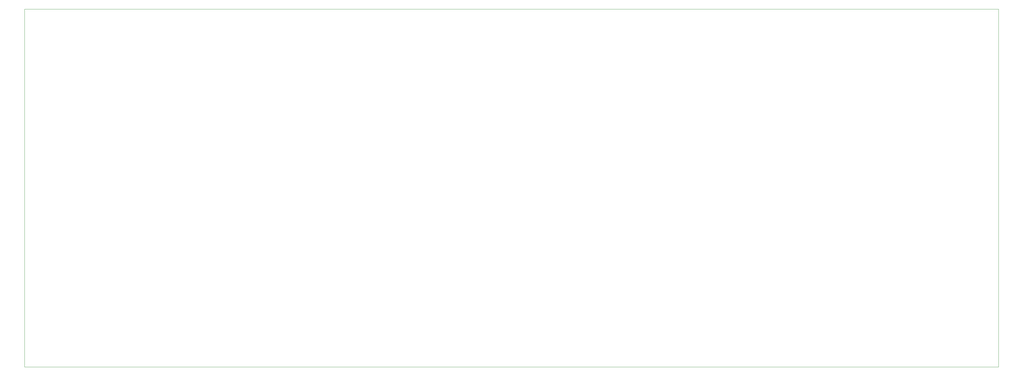
<source format=gbr>
%TF.GenerationSoftware,KiCad,Pcbnew,(6.0.4)*%
%TF.CreationDate,2023-03-07T14:55:24-05:00*%
%TF.ProjectId,Pyrolysis,5079726f-6c79-4736-9973-2e6b69636164,rev?*%
%TF.SameCoordinates,Original*%
%TF.FileFunction,Profile,NP*%
%FSLAX46Y46*%
G04 Gerber Fmt 4.6, Leading zero omitted, Abs format (unit mm)*
G04 Created by KiCad (PCBNEW (6.0.4)) date 2023-03-07 14:55:24*
%MOMM*%
%LPD*%
G01*
G04 APERTURE LIST*
%TA.AperFunction,Profile*%
%ADD10C,0.100000*%
%TD*%
G04 APERTURE END LIST*
D10*
X512000000Y-286000000D02*
X212500000Y-286000000D01*
X212500000Y-286000000D02*
X212500000Y-176000000D01*
X212500000Y-176000000D02*
X512000000Y-176000000D01*
X512000000Y-176000000D02*
X512000000Y-286000000D01*
M02*

</source>
